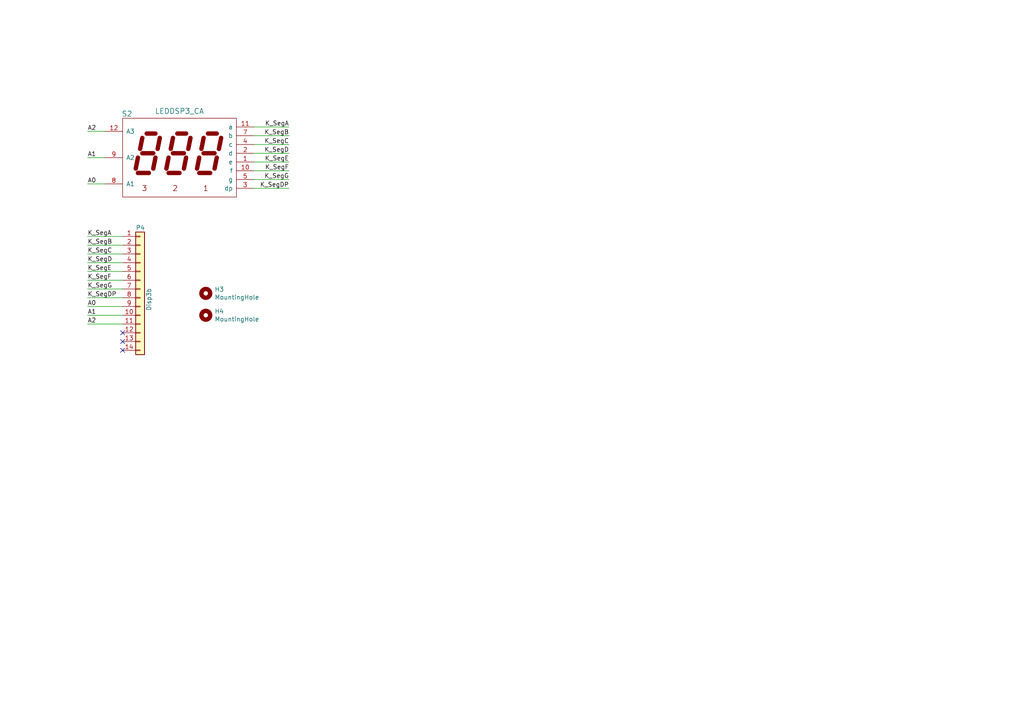
<source format=kicad_sch>
(kicad_sch (version 20211123) (generator eeschema)
  (paper "A4")
  (lib_symbols
    (symbol "Connector_Generic:Conn_01x14" (pin_names (offset 1.016) hide)
      (property "Reference" "J" (at 0 17.78 0))
      (property "Value" "Conn_01x14" (at 0 -20.32 0))
      (symbol "Conn_01x14_1_1"
        (rectangle (start -1.27 -17.653) (end 0 -17.907) (stroke (width 0.1524)))
        (rectangle (start -1.27 -15.113) (end 0 -15.367) (stroke (width 0.1524)))
        (rectangle (start -1.27 -12.573) (end 0 -12.827) (stroke (width 0.1524)))
        (rectangle (start -1.27 -10.033) (end 0 -10.287) (stroke (width 0.1524)))
        (rectangle (start -1.27 -7.493) (end 0 -7.747) (stroke (width 0.1524)))
        (rectangle (start -1.27 -4.953) (end 0 -5.207) (stroke (width 0.1524)))
        (rectangle (start -1.27 -2.413) (end 0 -2.667) (stroke (width 0.1524)))
        (rectangle (start -1.27 0.127) (end 0 -0.127) (stroke (width 0.1524)))
        (rectangle (start -1.27 2.667) (end 0 2.413) (stroke (width 0.1524)))
        (rectangle (start -1.27 5.207) (end 0 4.953) (stroke (width 0.1524)))
        (rectangle (start -1.27 7.747) (end 0 7.493) (stroke (width 0.1524)))
        (rectangle (start -1.27 10.287) (end 0 10.033) (stroke (width 0.1524)))
        (rectangle (start -1.27 12.827) (end 0 12.573) (stroke (width 0.1524)))
        (rectangle (start -1.27 15.367) (end 0 15.113) (stroke (width 0.1524)))
        (rectangle (start -1.27 16.51) (end 1.27 -19.05) (stroke (width 0.254)) (fill (type background)))
        (pin passive line (at -5.08 15.24 0) (length 3.81) (name "Pin_1") (number "1"))
        (pin passive line (at -5.08 -7.62 0) (length 3.81) (name "Pin_10") (number "10"))
        (pin passive line (at -5.08 -10.16 0) (length 3.81) (name "Pin_11") (number "11"))
        (pin passive line (at -5.08 -12.7 0) (length 3.81) (name "Pin_12") (number "12"))
        (pin passive line (at -5.08 -15.24 0) (length 3.81) (name "Pin_13") (number "13"))
        (pin passive line (at -5.08 -17.78 0) (length 3.81) (name "Pin_14") (number "14"))
        (pin passive line (at -5.08 12.7 0) (length 3.81) (name "Pin_2") (number "2"))
        (pin passive line (at -5.08 10.16 0) (length 3.81) (name "Pin_3") (number "3"))
        (pin passive line (at -5.08 7.62 0) (length 3.81) (name "Pin_4") (number "4"))
        (pin passive line (at -5.08 5.08 0) (length 3.81) (name "Pin_5") (number "5"))
        (pin passive line (at -5.08 2.54 0) (length 3.81) (name "Pin_6") (number "6"))
        (pin passive line (at -5.08 0 0) (length 3.81) (name "Pin_7") (number "7"))
        (pin passive line (at -5.08 -2.54 0) (length 3.81) (name "Pin_8") (number "8"))
        (pin passive line (at -5.08 -5.08 0) (length 3.81) (name "Pin_9") (number "9"))
      )
    )
    (symbol "GCC_display:LEDDSP3_CA" (pin_names (offset 1.016))
      (property "Reference" "S" (at -15.24 12.7 0))
      (property "Value" "LEDDSP3_CA" (at 0 -15.24 0))
      (symbol "LEDDSP3_CA_0_0"
        (text "1" (at 7.62 -10.16 0) (effects (font (size 1.524 1.524))))
        (text "2" (at -1.27 -10.16 0) (effects (font (size 1.524 1.524))))
        (text "3" (at -10.16 -10.16 0) (effects (font (size 1.524 1.524))))
      )
      (symbol "LEDDSP3_CA_0_1"
        (rectangle (start -16.51 10.16) (end 16.51 -12.7))
        (polyline (pts (xy -12.065 -5.715) (xy -8.89 -5.715)) (stroke (width 1.27)))
        (polyline (pts (xy -12.065 -1.27) (xy -12.7 -4.445)) (stroke (width 1.27)))
        (polyline (pts (xy -11.43 1.27) (xy -10.795 4.445)) (stroke (width 1.27)))
        (polyline (pts (xy -10.795 0) (xy -7.62 0)) (stroke (width 1.27)))
        (polyline (pts (xy -9.525 5.715) (xy -6.985 5.715)) (stroke (width 1.27)))
        (polyline (pts (xy -6.985 -1.27) (xy -7.62 -4.445)) (stroke (width 1.27)))
        (polyline (pts (xy -6.35 -5.715) (xy -6.35 -5.715)) (stroke (width 1.27)))
        (polyline (pts (xy -6.35 1.27) (xy -5.715 4.445)) (stroke (width 1.27)))
        (polyline (pts (xy -3.175 -5.715) (xy 0 -5.715)) (stroke (width 1.27)))
        (polyline (pts (xy -3.175 -1.27) (xy -3.81 -4.445)) (stroke (width 1.27)))
        (polyline (pts (xy -2.54 1.27) (xy -1.905 4.445)) (stroke (width 1.27)))
        (polyline (pts (xy -1.905 0) (xy 1.27 0)) (stroke (width 1.27)))
        (polyline (pts (xy -0.635 5.715) (xy 1.905 5.715)) (stroke (width 1.27)))
        (polyline (pts (xy 1.905 -1.27) (xy 1.27 -4.445)) (stroke (width 1.27)))
        (polyline (pts (xy 2.54 -5.715) (xy 2.54 -5.715)) (stroke (width 1.27)))
        (polyline (pts (xy 2.54 1.27) (xy 3.175 4.445)) (stroke (width 1.27)))
        (polyline (pts (xy 5.715 -5.715) (xy 8.89 -5.715)) (stroke (width 1.27)))
        (polyline (pts (xy 5.715 -1.27) (xy 5.08 -4.445)) (stroke (width 1.27)))
        (polyline (pts (xy 6.35 1.27) (xy 6.985 4.445)) (stroke (width 1.27)))
        (polyline (pts (xy 6.985 0) (xy 10.16 0)) (stroke (width 1.27)))
        (polyline (pts (xy 8.255 5.715) (xy 10.795 5.715)) (stroke (width 1.27)))
        (polyline (pts (xy 10.795 -1.27) (xy 10.16 -4.445)) (stroke (width 1.27)))
        (polyline (pts (xy 11.43 -5.715) (xy 11.43 -5.715)) (stroke (width 1.27)))
        (polyline (pts (xy 11.43 1.27) (xy 12.065 4.445)) (stroke (width 1.27)))
      )
      (symbol "LEDDSP3_CA_1_1"
        (pin passive line (at 21.59 -2.54 180) (length 5.08) (name "e") (number "1"))
        (pin passive line (at 21.59 -5.08 180) (length 5.08) (name "f") (number "10"))
        (pin passive line (at 21.59 7.62 180) (length 5.08) (name "a") (number "11"))
        (pin passive line (at -21.59 6.35 0) (length 5.08) (name "A3") (number "12"))
        (pin passive line (at 21.59 0 180) (length 5.08) (name "d") (number "2"))
        (pin passive line (at 21.59 -10.16 180) (length 5.08) (name "dp") (number "3"))
        (pin passive line (at 21.59 2.54 180) (length 5.08) (name "c") (number "4"))
        (pin passive line (at 21.59 -7.62 180) (length 5.08) (name "g") (number "5"))
        (pin passive line (at 21.59 5.08 180) (length 5.08) (name "b") (number "7"))
        (pin passive line (at -21.59 -8.89 0) (length 5.08) (name "A1") (number "8"))
        (pin passive line (at -21.59 -1.27 0) (length 5.08) (name "A2") (number "9"))
      )
    )
    (symbol "Mechanical:MountingHole" (pin_names (offset 1.016))
      (property "Reference" "H" (at 0 5.08 0))
      (property "Value" "MountingHole" (at 0 3.175 0))
      (symbol "MountingHole_0_1"
        (circle (center 0 0) (radius 1.27) (stroke (width 1.27)))
      )
    )
  )
  (no_connect (at 35.56 101.6))
  (no_connect (at 35.56 99.06))
  (no_connect (at 35.56 96.52))
  (wire (pts (xy 83.82 36.83) (xy 73.66 36.83)))
  (wire (pts (xy 30.48 53.34) (xy 25.4 53.34)))
  (wire (pts (xy 30.48 45.72) (xy 25.4 45.72)))
  (wire (pts (xy 25.4 38.1) (xy 30.48 38.1)))
  (wire (pts (xy 83.82 46.99) (xy 73.66 46.99)))
  (wire (pts (xy 83.82 41.91) (xy 73.66 41.91)))
  (wire (pts (xy 83.82 39.37) (xy 73.66 39.37)))
  (wire (pts (xy 83.82 52.07) (xy 73.66 52.07)))
  (wire (pts (xy 35.56 93.98) (xy 25.4 93.98)))
  (wire (pts (xy 83.82 54.61) (xy 73.66 54.61)))
  (wire (pts (xy 83.82 49.53) (xy 73.66 49.53)))
  (wire (pts (xy 35.56 91.44) (xy 25.4 91.44)))
  (wire (pts (xy 25.4 71.12) (xy 35.56 71.12)))
  (wire (pts (xy 25.4 83.82) (xy 35.56 83.82)))
  (wire (pts (xy 25.4 76.2) (xy 35.56 76.2)))
  (wire (pts (xy 25.4 68.58) (xy 35.56 68.58)))
  (wire (pts (xy 83.82 44.45) (xy 73.66 44.45)))
  (wire (pts (xy 25.4 78.74) (xy 35.56 78.74)))
  (wire (pts (xy 35.56 88.9) (xy 25.4 88.9)))
  (wire (pts (xy 25.4 86.36) (xy 35.56 86.36)))
  (wire (pts (xy 25.4 81.28) (xy 35.56 81.28)))
  (wire (pts (xy 25.4 73.66) (xy 35.56 73.66)))
  (label "K_SegDP" (at 83.82 54.61 180))
  (label "A0" (at 25.4 88.9 0))
  (label "K_SegB" (at 25.4 71.12 0))
  (label "K_SegF" (at 25.4 81.28 0))
  (label "A2" (at 25.4 38.1 0))
  (label "K_SegE" (at 83.82 46.99 180))
  (label "K_SegDP" (at 25.4 86.36 0))
  (label "A2" (at 25.4 93.98 0))
  (label "K_SegA" (at 25.4 68.58 0))
  (label "A1" (at 25.4 45.72 0))
  (label "K_SegG" (at 25.4 83.82 0))
  (label "K_SegD" (at 25.4 76.2 0))
  (label "K_SegF" (at 83.82 49.53 180))
  (label "K_SegA" (at 83.82 36.83 180))
  (label "K_SegG" (at 83.82 52.07 180))
  (label "A1" (at 25.4 91.44 0))
  (label "K_SegB" (at 83.82 39.37 180))
  (label "K_SegE" (at 25.4 78.74 0))
  (label "K_SegC" (at 25.4 73.66 0))
  (label "K_SegC" (at 83.82 41.91 180))
  (label "A0" (at 25.4 53.34 0))
  (label "K_SegD" (at 83.82 44.45 180))
  (symbol (lib_id "Mechanical:MountingHole") (at 59.69 85.09 0) (unit 1)
    (property "Reference" "H3" (at 62.23 83.9216 0) (effects (justify left)))
    (property "Value" "MountingHole" (at 62.23 86.233 0) (effects (justify left)))
    (property "Footprint" "GCC_holes:Hole3mm" (effects hide))
  )
  (symbol (lib_id "Mechanical:MountingHole") (at 59.69 91.44 0) (unit 1)
    (property "Reference" "H4" (at 62.23 90.2716 0) (effects (justify left)))
    (property "Value" "MountingHole" (at 62.23 92.583 0) (effects (justify left)))
    (property "Footprint" "GCC_holes:Hole3mm" (effects hide))
  )
  (symbol (lib_id "GCC_display:LEDDSP3_CA") (at 52.07 44.45 0) (unit 1)
    (property "Reference" "S2" (at 36.83 33.02 0) (effects (font (size 1.524 1.524))))
    (property "Value" "LEDDSP3_CA" (at 52.07 32.2326 0) (effects (font (size 1.524 1.524))))
    (property "Footprint" "GCC_Display:Disp7s3x_036" (effects hide))
  )
  (symbol (lib_id "Connector_Generic:Conn_01x14") (at 40.64 83.82 0) (unit 1)
    (property "Reference" "P4" (at 39.37 66.04 0) (effects (justify left)))
    (property "Value" "Disp3b" (at 43.18 90.17 90) (effects (justify left)))
    (property "Footprint" "Connector_IDC:IDC-Header_2x07_P2.54mm_Vertical" (effects hide))
  )
)
</source>
